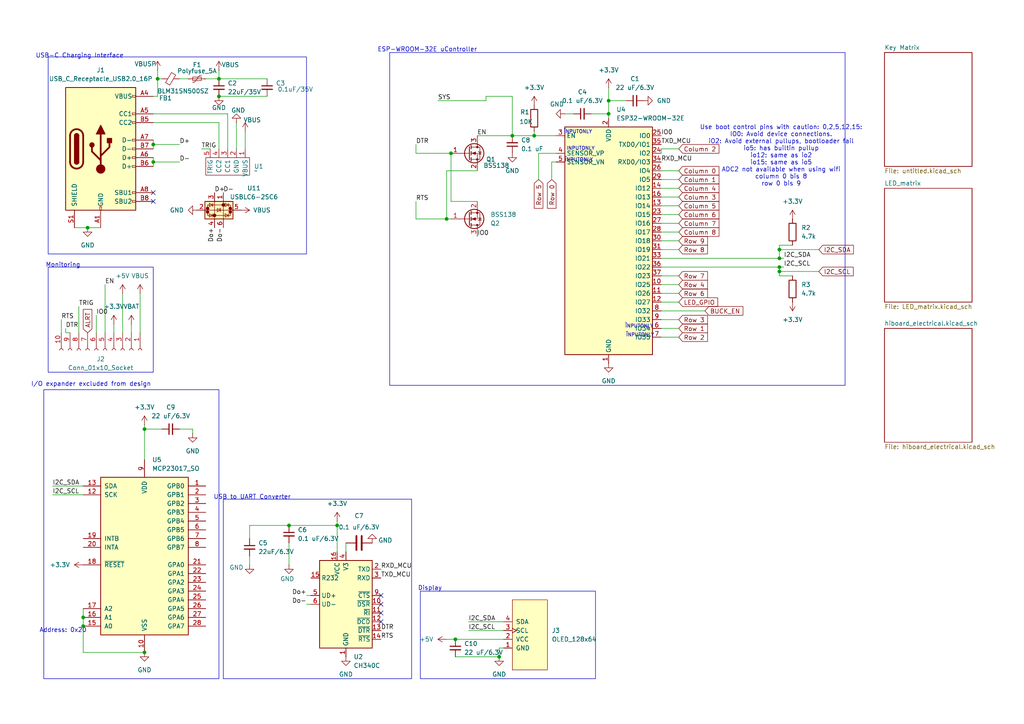
<source format=kicad_sch>
(kicad_sch (version 20231120) (generator "eeschema") (generator_version "8.0")
  (paper "A4")
  (lib_symbols
    (symbol "Connector:Conn_01x10_Socket" (pin_names (offset 1.016) hide)
      (property "Reference" "J" (at 0 12.7 0))
      (property "Value" "Conn_01x10_Socket" (at 0 -15.24 0))
      (symbol "Conn_01x10_Socket_1_1"
        (arc (start 0 -12.192) (mid -0.5058 -12.7) (end 0 -13.208) (stroke (width 0.1524)))
        (arc (start 0 -9.652) (mid -0.5058 -10.16) (end 0 -10.668) (stroke (width 0.1524)))
        (arc (start 0 -7.112) (mid -0.5058 -7.62) (end 0 -8.128) (stroke (width 0.1524)))
        (arc (start 0 -4.572) (mid -0.5058 -5.08) (end 0 -5.588) (stroke (width 0.1524)))
        (arc (start 0 -2.032) (mid -0.5058 -2.54) (end 0 -3.048) (stroke (width 0.1524)))
        (polyline (pts (xy -1.27 -12.7) (xy -0.508 -12.7)) (stroke (width 0.1524)))
        (polyline (pts (xy -1.27 -10.16) (xy -0.508 -10.16)) (stroke (width 0.1524)))
        (polyline (pts (xy -1.27 -7.62) (xy -0.508 -7.62)) (stroke (width 0.1524)))
        (polyline (pts (xy -1.27 -5.08) (xy -0.508 -5.08)) (stroke (width 0.1524)))
        (polyline (pts (xy -1.27 -2.54) (xy -0.508 -2.54)) (stroke (width 0.1524)))
        (polyline (pts (xy -1.27 0) (xy -0.508 0)) (stroke (width 0.1524)))
        (polyline (pts (xy -1.27 2.54) (xy -0.508 2.54)) (stroke (width 0.1524)))
        (polyline (pts (xy -1.27 5.08) (xy -0.508 5.08)) (stroke (width 0.1524)))
        (polyline (pts (xy -1.27 7.62) (xy -0.508 7.62)) (stroke (width 0.1524)))
        (polyline (pts (xy -1.27 10.16) (xy -0.508 10.16)) (stroke (width 0.1524)))
        (arc (start 0 0.508) (mid -0.5058 0) (end 0 -0.508) (stroke (width 0.1524)))
        (arc (start 0 3.048) (mid -0.5058 2.54) (end 0 2.032) (stroke (width 0.1524)))
        (arc (start 0 5.588) (mid -0.5058 5.08) (end 0 4.572) (stroke (width 0.1524)))
        (arc (start 0 8.128) (mid -0.5058 7.62) (end 0 7.112) (stroke (width 0.1524)))
        (arc (start 0 10.668) (mid -0.5058 10.16) (end 0 9.652) (stroke (width 0.1524)))
        (pin passive line (at -5.08 10.16 0) (length 3.81) (name "Pin_1") (number "1"))
        (pin passive line (at -5.08 -12.7 0) (length 3.81) (name "Pin_10") (number "10"))
        (pin passive line (at -5.08 7.62 0) (length 3.81) (name "Pin_2") (number "2"))
        (pin passive line (at -5.08 5.08 0) (length 3.81) (name "Pin_3") (number "3"))
        (pin passive line (at -5.08 2.54 0) (length 3.81) (name "Pin_4") (number "4"))
        (pin passive line (at -5.08 0 0) (length 3.81) (name "Pin_5") (number "5"))
        (pin passive line (at -5.08 -2.54 0) (length 3.81) (name "Pin_6") (number "6"))
        (pin passive line (at -5.08 -5.08 0) (length 3.81) (name "Pin_7") (number "7"))
        (pin passive line (at -5.08 -7.62 0) (length 3.81) (name "Pin_8") (number "8"))
        (pin passive line (at -5.08 -10.16 0) (length 3.81) (name "Pin_9") (number "9"))
      )
    )
    (symbol "Connector:USB_C_Receptacle_USB2.0_16P" (pin_names (offset 1.016))
      (property "Reference" "J" (at 0 22.225 0))
      (property "Value" "USB_C_Receptacle_USB2.0_16P" (at 0 19.685 0))
      (symbol "USB_C_Receptacle_USB2.0_16P_0_0"
        (rectangle (start -0.254 -17.78) (end 0.254 -16.764))
        (rectangle (start 10.16 -14.986) (end 9.144 -15.494))
        (rectangle (start 10.16 -12.446) (end 9.144 -12.954))
        (rectangle (start 10.16 -4.826) (end 9.144 -5.334))
        (rectangle (start 10.16 -2.286) (end 9.144 -2.794))
        (rectangle (start 10.16 0.254) (end 9.144 -0.254))
        (rectangle (start 10.16 2.794) (end 9.144 2.286))
        (rectangle (start 10.16 7.874) (end 9.144 7.366))
        (rectangle (start 10.16 10.414) (end 9.144 9.906))
        (rectangle (start 10.16 15.494) (end 9.144 14.986))
      )
      (symbol "USB_C_Receptacle_USB2.0_16P_0_1"
        (rectangle (start -10.16 17.78) (end 10.16 -17.78) (stroke (width 0.254)) (fill (type background)))
        (arc (start -8.89 -3.81) (mid -6.985 -5.7067) (end -5.08 -3.81) (stroke (width 0.508)))
        (arc (start -7.62 -3.81) (mid -6.985 -4.4423) (end -6.35 -3.81) (stroke (width 0.254)))
        (arc (start -7.62 -3.81) (mid -6.985 -4.4423) (end -6.35 -3.81) (stroke (width 0.254)) (fill (type outline)))
        (rectangle (start -7.62 -3.81) (end -6.35 3.81) (stroke (width 0.254)) (fill (type outline)))
        (arc (start -6.35 3.81) (mid -6.985 4.4423) (end -7.62 3.81) (stroke (width 0.254)))
        (arc (start -6.35 3.81) (mid -6.985 4.4423) (end -7.62 3.81) (stroke (width 0.254)) (fill (type outline)))
        (arc (start -5.08 3.81) (mid -6.985 5.7067) (end -8.89 3.81) (stroke (width 0.508)))
        (circle (center -2.54 1.143) (radius 0.635) (stroke (width 0.254)) (fill (type outline)))
        (circle (center 0 -5.842) (radius 1.27) (fill (type outline)))
        (polyline (pts (xy -8.89 -3.81) (xy -8.89 3.81)) (stroke (width 0.508)))
        (polyline (pts (xy -5.08 3.81) (xy -5.08 -3.81)) (stroke (width 0.508)))
        (polyline (pts (xy 0 -5.842) (xy 0 4.318)) (stroke (width 0.508)))
        (polyline (pts (xy 0 -3.302) (xy -2.54 -0.762) (xy -2.54 0.508)) (stroke (width 0.508)))
        (polyline (pts (xy 0 -2.032) (xy 2.54 0.508) (xy 2.54 1.778)) (stroke (width 0.508)))
        (polyline (pts (xy -1.27 4.318) (xy 0 6.858) (xy 1.27 4.318) (xy -1.27 4.318)) (stroke (width 0.254)) (fill (type outline)))
        (rectangle (start 1.905 1.778) (end 3.175 3.048) (stroke (width 0.254)) (fill (type outline)))
      )
      (symbol "USB_C_Receptacle_USB2.0_16P_1_1"
        (pin passive line (at 0 -22.86 90) (length 5.08) (name "GND") (number "A1"))
        (pin passive line (at 0 -22.86 90) (length 5.08) hide (name "GND") (number "A12"))
        (pin passive line (at 15.24 15.24 180) (length 5.08) (name "VBUS") (number "A4"))
        (pin bidirectional line (at 15.24 10.16 180) (length 5.08) (name "CC1") (number "A5"))
        (pin bidirectional line (at 15.24 -2.54 180) (length 5.08) (name "D+") (number "A6"))
        (pin bidirectional line (at 15.24 2.54 180) (length 5.08) (name "D-") (number "A7"))
        (pin bidirectional line (at 15.24 -12.7 180) (length 5.08) (name "SBU1") (number "A8"))
        (pin passive line (at 15.24 15.24 180) (length 5.08) hide (name "VBUS") (number "A9"))
        (pin passive line (at 0 -22.86 90) (length 5.08) hide (name "GND") (number "B1"))
        (pin passive line (at 0 -22.86 90) (length 5.08) hide (name "GND") (number "B12"))
        (pin passive line (at 15.24 15.24 180) (length 5.08) hide (name "VBUS") (number "B4"))
        (pin bidirectional line (at 15.24 7.62 180) (length 5.08) (name "CC2") (number "B5"))
        (pin bidirectional line (at 15.24 -5.08 180) (length 5.08) (name "D+") (number "B6"))
        (pin bidirectional line (at 15.24 0 180) (length 5.08) (name "D-") (number "B7"))
        (pin bidirectional line (at 15.24 -15.24 180) (length 5.08) (name "SBU2") (number "B8"))
        (pin passive line (at 15.24 15.24 180) (length 5.08) hide (name "VBUS") (number "B9"))
        (pin passive line (at -7.62 -22.86 90) (length 5.08) (name "SHIELD") (number "S1"))
      )
    )
    (symbol "Device:C" (pin_numbers hide) (pin_names (offset 0.254))
      (property "Reference" "C" (at 0.635 2.54 0))
      (property "Value" "C" (at 0.635 -2.54 0))
      (symbol "C_0_1"
        (polyline (pts (xy -2.032 -0.762) (xy 2.032 -0.762)) (stroke (width 0.508)))
        (polyline (pts (xy -2.032 0.762) (xy 2.032 0.762)) (stroke (width 0.508)))
      )
      (symbol "C_1_1"
        (pin passive line (at 0 3.81 270) (length 2.794) (name "~") (number "1"))
        (pin passive line (at 0 -3.81 90) (length 2.794) (name "~") (number "2"))
      )
    )
    (symbol "Device:C_Small" (pin_numbers hide) (pin_names (offset 0.254) hide)
      (property "Reference" "C" (at 0.254 1.778 0))
      (property "Value" "C_Small" (at 0.254 -2.032 0))
      (symbol "C_Small_0_1"
        (polyline (pts (xy -1.524 -0.508) (xy 1.524 -0.508)) (stroke (width 0.3302)))
        (polyline (pts (xy -1.524 0.508) (xy 1.524 0.508)) (stroke (width 0.3048)))
      )
      (symbol "C_Small_1_1"
        (pin passive line (at 0 2.54 270) (length 2.032) (name "~") (number "1"))
        (pin passive line (at 0 -2.54 90) (length 2.032) (name "~") (number "2"))
      )
    )
    (symbol "Device:FerriteBead_Small" (pin_numbers hide) (pin_names (offset 0))
      (property "Reference" "FB" (at 1.905 1.27 0))
      (property "Value" "FerriteBead_Small" (at 1.905 -1.27 0))
      (symbol "FerriteBead_Small_0_1"
        (polyline (pts (xy 0 -1.27) (xy 0 -0.7874)))
        (polyline (pts (xy 0 0.889) (xy 0 1.2954)))
        (polyline (pts (xy -1.8288 0.2794) (xy -1.1176 1.4986) (xy 1.8288 -0.2032) (xy 1.1176 -1.4224) (xy -1.8288 0.2794)))
      )
      (symbol "FerriteBead_Small_1_1"
        (pin passive line (at 0 2.54 270) (length 1.27) (name "~") (number "1"))
        (pin passive line (at 0 -2.54 90) (length 1.27) (name "~") (number "2"))
      )
    )
    (symbol "Device:Polyfuse_Small" (pin_numbers hide) (pin_names (offset 0))
      (property "Reference" "F" (at -1.905 0 90))
      (property "Value" "Polyfuse_Small" (at 1.905 0 90))
      (symbol "Polyfuse_Small_0_1"
        (rectangle (start -0.508 1.27) (end 0.508 -1.27))
        (polyline (pts (xy 0 2.54) (xy 0 -2.54)))
        (polyline (pts (xy -1.016 1.27) (xy -1.016 0.762) (xy 1.016 -0.762) (xy 1.016 -1.27)))
      )
      (symbol "Polyfuse_Small_1_1"
        (pin passive line (at 0 2.54 270) (length 0.635) (name "~") (number "1"))
        (pin passive line (at 0 -2.54 90) (length 0.635) (name "~") (number "2"))
      )
    )
    (symbol "Device:R" (pin_numbers hide) (pin_names (offset 0))
      (property "Reference" "R" (at 2.032 0 90))
      (property "Value" "R" (at 0 0 90))
      (symbol "R_0_1"
        (rectangle (start -1.016 -2.54) (end 1.016 2.54) (stroke (width 0.254)))
      )
      (symbol "R_1_1"
        (pin passive line (at 0 3.81 270) (length 1.27) (name "~") (number "1"))
        (pin passive line (at 0 -3.81 90) (length 1.27) (name "~") (number "2"))
      )
    )
    (symbol "Interface_Expansion:MCP23017_SO" (pin_names (offset 1.016))
      (property "Reference" "U" (at -11.43 24.13 0))
      (property "Value" "MCP23017_SO" (at 0 0 0))
      (symbol "MCP23017_SO_0_1"
        (rectangle (start -12.7 22.86) (end 12.7 -22.86) (stroke (width 0.254)) (fill (type background)))
      )
      (symbol "MCP23017_SO_1_1"
        (pin bidirectional line (at 17.78 20.32 180) (length 5.08) (name "GPB0") (number "1"))
        (pin power_in line (at 0 -27.94 90) (length 5.08) (name "VSS") (number "10"))
        (pin no_connect line (at -12.7 15.24 0) (length 5.08) hide (name "NC") (number "11"))
        (pin input line (at -17.78 17.78 0) (length 5.08) (name "SCK") (number "12"))
        (pin bidirectional line (at -17.78 20.32 0) (length 5.08) (name "SDA") (number "13"))
        (pin no_connect line (at -12.7 12.7 0) (length 5.08) hide (name "NC") (number "14"))
        (pin input line (at -17.78 -20.32 0) (length 5.08) (name "A0") (number "15"))
        (pin input line (at -17.78 -17.78 0) (length 5.08) (name "A1") (number "16"))
        (pin input line (at -17.78 -15.24 0) (length 5.08) (name "A2") (number "17"))
        (pin input line (at -17.78 -2.54 0) (length 5.08) (name "~{RESET}") (number "18"))
        (pin tri_state line (at -17.78 5.08 0) (length 5.08) (name "INTB") (number "19"))
        (pin bidirectional line (at 17.78 17.78 180) (length 5.08) (name "GPB1") (number "2"))
        (pin tri_state line (at -17.78 2.54 0) (length 5.08) (name "INTA") (number "20"))
        (pin bidirectional line (at 17.78 -2.54 180) (length 5.08) (name "GPA0") (number "21"))
        (pin bidirectional line (at 17.78 -5.08 180) (length 5.08) (name "GPA1") (number "22"))
        (pin bidirectional line (at 17.78 -7.62 180) (length 5.08) (name "GPA2") (number "23"))
        (pin bidirectional line (at 17.78 -10.16 180) (length 5.08) (name "GPA3") (number "24"))
        (pin bidirectional line (at 17.78 -12.7 180) (length 5.08) (name "GPA4") (number "25"))
        (pin bidirectional line (at 17.78 -15.24 180) (length 5.08) (name "GPA5") (number "26"))
        (pin bidirectional line (at 17.78 -17.78 180) (length 5.08) (name "GPA6") (number "27"))
        (pin bidirectional line (at 17.78 -20.32 180) (length 5.08) (name "GPA7") (number "28"))
        (pin bidirectional line (at 17.78 15.24 180) (length 5.08) (name "GPB2") (number "3"))
        (pin bidirectional line (at 17.78 12.7 180) (length 5.08) (name "GPB3") (number "4"))
        (pin bidirectional line (at 17.78 10.16 180) (length 5.08) (name "GPB4") (number "5"))
        (pin bidirectional line (at 17.78 7.62 180) (length 5.08) (name "GPB5") (number "6"))
        (pin bidirectional line (at 17.78 5.08 180) (length 5.08) (name "GPB6") (number "7"))
        (pin bidirectional line (at 17.78 2.54 180) (length 5.08) (name "GPB7") (number "8"))
        (pin power_in line (at 0 27.94 270) (length 5.08) (name "VDD") (number "9"))
      )
    )
    (symbol "Interface_USB:CH340C"
      (property "Reference" "U" (at -5.08 13.97 0))
      (property "Value" "CH340C" (at 1.27 13.97 0))
      (symbol "CH340C_0_1"
        (rectangle (start -7.62 12.7) (end 7.62 -12.7) (stroke (width 0.254)) (fill (type background)))
      )
      (symbol "CH340C_1_1"
        (pin power_in line (at 0 -15.24 90) (length 2.54) (name "GND") (number "1"))
        (pin input line (at 10.16 0 180) (length 2.54) (name "~{DSR}") (number "10"))
        (pin input line (at 10.16 -2.54 180) (length 2.54) (name "~{RI}") (number "11"))
        (pin input line (at 10.16 -5.08 180) (length 2.54) (name "~{DCD}") (number "12"))
        (pin output line (at 10.16 -7.62 180) (length 2.54) (name "~{DTR}") (number "13"))
        (pin output line (at 10.16 -10.16 180) (length 2.54) (name "~{RTS}") (number "14"))
        (pin input line (at -10.16 7.62 0) (length 2.54) (name "R232") (number "15"))
        (pin power_in line (at -2.54 15.24 270) (length 2.54) (name "VCC") (number "16"))
        (pin output line (at 10.16 10.16 180) (length 2.54) (name "TXD") (number "2"))
        (pin input line (at 10.16 7.62 180) (length 2.54) (name "RXD") (number "3"))
        (pin power_out line (at 0 15.24 270) (length 2.54) (name "V3") (number "4"))
        (pin bidirectional line (at -10.16 2.54 0) (length 2.54) (name "UD+") (number "5"))
        (pin bidirectional line (at -10.16 0 0) (length 2.54) (name "UD-") (number "6"))
        (pin no_connect line (at -7.62 -5.08 0) (length 2.54) hide (name "NC") (number "7"))
        (pin no_connect line (at -7.62 -7.62 0) (length 2.54) hide (name "NC") (number "8"))
        (pin input line (at 10.16 2.54 180) (length 2.54) (name "~{CTS}") (number "9"))
      )
    )
    (symbol "Joy-It-COM-ZY12PDG_1"
      (property "Reference" "U1" (at 7.62 -1.2699 0))
      (property "Value" "~" (at 7.62 -2.54 0))
      (symbol "Joy-It-COM-ZY12PDG_1_0_1"
        (rectangle (start -6.35 1.27) (end 6.35 -3.81))
      )
      (symbol "Joy-It-COM-ZY12PDG_1_1_1"
        (pin input line (at 5.08 3.81 270) (length 2.54) (name "VBUS") (number "1"))
        (pin input line (at 2.54 3.81 270) (length 2.54) (name "GND") (number "2"))
        (pin bidirectional line (at 0 3.81 270) (length 2.54) (name "CC1") (number "3"))
        (pin bidirectional line (at -2.54 3.81 270) (length 2.54) (name "CC2") (number "4"))
        (pin input line (at -5.08 3.81 270) (length 2.54) (name "TRIG") (number "5"))
      )
    )
    (symbol "Power_Protection:USBLC6-2SC6" (pin_names hide)
      (property "Reference" "U" (at 0.635 5.715 0))
      (property "Value" "USBLC6-2SC6" (at 0.635 3.81 0))
      (symbol "USBLC6-2SC6_0_0"
        (circle (center -1.524 0) (radius 0.0001) (stroke (width 0.508)))
        (circle (center -0.508 -4.572) (radius 0.0001) (stroke (width 0.508)))
        (circle (center -0.508 2.032) (radius 0.0001) (stroke (width 0.508)))
        (circle (center 0.508 -4.572) (radius 0.0001) (stroke (width 0.508)))
        (circle (center 0.508 2.032) (radius 0.0001) (stroke (width 0.508)))
        (circle (center 1.524 -2.54) (radius 0.0001) (stroke (width 0.508)))
      )
      (symbol "USBLC6-2SC6_0_1"
        (polyline (pts (xy -2.54 -2.54) (xy 2.54 -2.54)))
        (polyline (pts (xy -2.54 0) (xy 2.54 0)))
        (polyline (pts (xy -2.032 -3.048) (xy -1.016 -3.048)))
        (polyline (pts (xy -1.016 1.524) (xy -2.032 1.524)))
        (polyline (pts (xy 1.016 -3.048) (xy 2.032 -3.048)))
        (polyline (pts (xy 1.016 1.524) (xy 2.032 1.524)))
        (polyline (pts (xy -0.508 -1.143) (xy -0.508 -0.762) (xy 0.508 -0.762)))
        (polyline (pts (xy -2.032 0.508) (xy -1.016 0.508) (xy -1.524 1.524) (xy -2.032 0.508)))
        (polyline (pts (xy -1.016 -4.064) (xy -2.032 -4.064) (xy -1.524 -3.048) (xy -1.016 -4.064)))
        (polyline (pts (xy 0.508 -1.778) (xy -0.508 -1.778) (xy 0 -0.762) (xy 0.508 -1.778)))
        (polyline (pts (xy 2.032 -4.064) (xy 1.016 -4.064) (xy 1.524 -3.048) (xy 2.032 -4.064)))
        (polyline (pts (xy 2.032 0.508) (xy 1.016 0.508) (xy 1.524 1.524) (xy 2.032 0.508)))
        (polyline (pts (xy 0 2.54) (xy -0.508 2.032) (xy 0.508 2.032) (xy 0 1.524) (xy 0 -4.064) (xy -0.508 -4.572) (xy 0.508 -4.572) (xy 0 -5.08)))
      )
      (symbol "USBLC6-2SC6_1_1"
        (rectangle (start -2.54 2.794) (end 2.54 -5.334) (stroke (width 0.254)) (fill (type background)))
        (polyline (pts (xy -0.508 2.032) (xy -1.524 2.032) (xy -1.524 -4.572) (xy -0.508 -4.572)))
        (polyline (pts (xy 0.508 -4.572) (xy 1.524 -4.572) (xy 1.524 2.032) (xy 0.508 2.032)))
        (pin passive line (at -5.08 0 0) (length 2.54) (name "I/O1") (number "1"))
        (pin passive line (at 0 -7.62 90) (length 2.54) (name "GND") (number "2"))
        (pin passive line (at -5.08 -2.54 0) (length 2.54) (name "I/O2") (number "3"))
        (pin passive line (at 5.08 -2.54 180) (length 2.54) (name "I/O2") (number "4"))
        (pin passive line (at 0 5.08 270) (length 2.54) (name "VBUS") (number "5"))
        (pin passive line (at 5.08 0 180) (length 2.54) (name "I/O1") (number "6"))
      )
    )
    (symbol "RF_Module:ESP32-WROOM-32E"
      (property "Reference" "U" (at -12.7 34.29 0))
      (property "Value" "ESP32-WROOM-32E" (at 1.27 34.29 0))
      (symbol "ESP32-WROOM-32E_0_1"
        (rectangle (start -12.7 33.02) (end 12.7 -33.02) (stroke (width 0.254)) (fill (type background)))
      )
      (symbol "ESP32-WROOM-32E_1_1"
        (pin power_in line (at 0 -35.56 90) (length 2.54) (name "GND") (number "1"))
        (pin bidirectional line (at 15.24 -12.7 180) (length 2.54) (name "IO25") (number "10"))
        (pin bidirectional line (at 15.24 -15.24 180) (length 2.54) (name "IO26") (number "11"))
        (pin bidirectional line (at 15.24 -17.78 180) (length 2.54) (name "IO27") (number "12"))
        (pin bidirectional line (at 15.24 10.16 180) (length 2.54) (name "IO14") (number "13"))
        (pin bidirectional line (at 15.24 15.24 180) (length 2.54) (name "IO12") (number "14"))
        (pin passive line (at 0 -35.56 90) (length 2.54) hide (name "GND") (number "15"))
        (pin bidirectional line (at 15.24 12.7 180) (length 2.54) (name "IO13") (number "16"))
        (pin no_connect line (at -12.7 -5.08 0) (length 2.54) hide (name "NC") (number "17"))
        (pin no_connect line (at -12.7 -7.62 0) (length 2.54) hide (name "NC") (number "18"))
        (pin no_connect line (at -12.7 -12.7 0) (length 2.54) hide (name "NC") (number "19"))
        (pin power_in line (at 0 35.56 270) (length 2.54) (name "VDD") (number "2"))
        (pin no_connect line (at -12.7 -10.16 0) (length 2.54) hide (name "NC") (number "20"))
        (pin no_connect line (at -12.7 0 0) (length 2.54) hide (name "NC") (number "21"))
        (pin no_connect line (at -12.7 -2.54 0) (length 2.54) hide (name "NC") (number "22"))
        (pin bidirectional line (at 15.24 7.62 180) (length 2.54) (name "IO15") (number "23"))
        (pin bidirectional line (at 15.24 25.4 180) (length 2.54) (name "IO2") (number "24"))
        (pin bidirectional line (at 15.24 30.48 180) (length 2.54) (name "IO0") (number "25"))
        (pin bidirectional line (at 15.24 20.32 180) (length 2.54) (name "IO4") (number "26"))
        (pin bidirectional line (at 15.24 5.08 180) (length 2.54) (name "IO16") (number "27"))
        (pin bidirectional line (at 15.24 2.54 180) (length 2.54) (name "IO17") (number "28"))
        (pin bidirectional line (at 15.24 17.78 180) (length 2.54) (name "IO5") (number "29"))
        (pin input line (at -15.24 30.48 0) (length 2.54) (name "EN") (number "3"))
        (pin bidirectional line (at 15.24 0 180) (length 2.54) (name "IO18") (number "30"))
        (pin bidirectional line (at 15.24 -2.54 180) (length 2.54) (name "IO19") (number "31"))
        (pin no_connect line (at -12.7 -27.94 0) (length 2.54) hide (name "NC") (number "32"))
        (pin bidirectional line (at 15.24 -5.08 180) (length 2.54) (name "IO21") (number "33"))
        (pin bidirectional line (at 15.24 22.86 180) (length 2.54) (name "RXD0/IO3") (number "34"))
        (pin bidirectional line (at 15.24 27.94 180) (length 2.54) (name "TXD0/IO1") (number "35"))
        (pin bidirectional line (at 15.24 -7.62 180) (length 2.54) (name "IO22") (number "36"))
        (pin bidirectional line (at 15.24 -10.16 180) (length 2.54) (name "IO23") (number "37"))
        (pin passive line (at 0 -35.56 90) (length 2.54) hide (name "GND") (number "38"))
        (pin passive line (at 0 -35.56 90) (length 2.54) hide (name "GND") (number "39"))
        (pin input line (at -15.24 25.4 0) (length 2.54) (name "SENSOR_VP") (number "4"))
        (pin input line (at -15.24 22.86 0) (length 2.54) (name "SENSOR_VN") (number "5"))
        (pin input line (at 15.24 -25.4 180) (length 2.54) (name "IO34") (number "6"))
        (pin input line (at 15.24 -27.94 180) (length 2.54) (name "IO35") (number "7"))
        (pin bidirectional line (at 15.24 -20.32 180) (length 2.54) (name "IO32") (number "8"))
        (pin bidirectional line (at 15.24 -22.86 180) (length 2.54) (name "IO33") (number "9"))
      )
    )
    (symbol "ScottoKeebs:OLED_128x64" (pin_names (offset 1.016))
      (property "Reference" "J" (at 0 -11.43 0))
      (property "Value" "OLED_128x64" (at 0 -7.62 0))
      (symbol "OLED_128x64_0_1"
        (rectangle (start 10.16 -10.16) (end -10.16 0) (fill (type background)))
      )
      (symbol "OLED_128x64_1_1"
        (pin power_in line (at -3.81 2.54 270) (length 2.54) (name "GND") (number "1"))
        (pin power_in line (at -1.27 2.54 270) (length 2.54) (name "VCC") (number "2"))
        (pin input clock (at 1.27 2.54 270) (length 2.54) (name "SCL") (number "3"))
        (pin bidirectional line (at 3.81 2.54 270) (length 2.54) (name "SDA") (number "4"))
      )
    )
    (symbol "Transistor_FET:BSS138" (pin_names hide)
      (property "Reference" "Q" (at 5.08 1.905 0))
      (property "Value" "BSS138" (at 5.08 0 0))
      (symbol "BSS138_0_1"
        (polyline (pts (xy 0.254 0) (xy -2.54 0)))
        (polyline (pts (xy 0.254 1.905) (xy 0.254 -1.905)) (stroke (width 0.254)))
        (polyline (pts (xy 0.762 -1.27) (xy 0.762 -2.286)) (stroke (width 0.254)))
        (polyline (pts (xy 0.762 0.508) (xy 0.762 -0.508)) (stroke (width 0.254)))
        (polyline (pts (xy 0.762 2.286) (xy 0.762 1.27)) (stroke (width 0.254)))
        (polyline (pts (xy 2.54 2.54) (xy 2.54 1.778)))
        (polyline (pts (xy 2.54 -2.54) (xy 2.54 0) (xy 0.762 0)))
        (polyline (pts (xy 0.762 -1.778) (xy 3.302 -1.778) (xy 3.302 1.778) (xy 0.762 1.778)))
        (polyline (pts (xy 1.016 0) (xy 2.032 0.381) (xy 2.032 -0.381) (xy 1.016 0)) (fill (type outline)))
        (polyline (pts (xy 2.794 0.508) (xy 2.921 0.381) (xy 3.683 0.381) (xy 3.81 0.254)))
        (polyline (pts (xy 3.302 0.381) (xy 2.921 -0.254) (xy 3.683 -0.254) (xy 3.302 0.381)))
        (circle (center 1.651 0) (radius 2.794) (stroke (width 0.254)))
        (circle (center 2.54 -1.778) (radius 0.254) (fill (type outline)))
        (circle (center 2.54 1.778) (radius 0.254) (fill (type outline)))
      )
      (symbol "BSS138_1_1"
        (pin input line (at -5.08 0 0) (length 2.54) (name "G") (number "1"))
        (pin passive line (at 2.54 -5.08 90) (length 2.54) (name "S") (number "2"))
        (pin passive line (at 2.54 5.08 270) (length 2.54) (name "D") (number "3"))
      )
    )
    (symbol "power:+3.3V" (power) (pin_numbers hide) (pin_names (offset 0) hide)
      (property "Value" "+3.3V" (at 0 3.556 0))
      (symbol "+3.3V_0_1"
        (polyline (pts (xy -0.762 1.27) (xy 0 2.54)))
        (polyline (pts (xy 0 0) (xy 0 2.54)))
        (polyline (pts (xy 0 2.54) (xy 0.762 1.27)))
      )
      (symbol "+3.3V_1_1"
        (pin power_in line (at 0 0 90) (length 0) (name "~") (number "1"))
      )
    )
    (symbol "power:+3V3" (power) (pin_numbers hide) (pin_names (offset 0) hide)
      (property "Value" "+3V3" (at 0 3.556 0))
      (symbol "+3V3_0_1"
        (polyline (pts (xy -0.762 1.27) (xy 0 2.54)))
        (polyline (pts (xy 0 0) (xy 0 2.54)))
        (polyline (pts (xy 0 2.54) (xy 0.762 1.27)))
      )
      (symbol "+3V3_1_1"
        (pin power_in line (at 0 0 90) (length 0) (name "~") (number "1"))
      )
    )
    (symbol "power:+5V" (power) (pin_numbers hide) (pin_names (offset 0) hide)
      (property "Value" "+5V" (at 0 3.556 0))
      (symbol "+5V_0_1"
        (polyline (pts (xy -0.762 1.27) (xy 0 2.54)))
        (polyline (pts (xy 0 0) (xy 0 2.54)))
        (polyline (pts (xy 0 2.54) (xy 0.762 1.27)))
      )
      (symbol "+5V_1_1"
        (pin power_in line (at 0 0 90) (length 0) (name "~") (number "1"))
      )
    )
    (symbol "power:GND" (power) (pin_numbers hide) (pin_names (offset 0) hide)
      (property "Value" "GND" (at 0 -3.81 0))
      (symbol "GND_0_1"
        (polyline (pts (xy 0 0) (xy 0 -1.27) (xy 1.27 -1.27) (xy 0 -2.54) (xy -1.27 -1.27) (xy 0 -1.27)))
      )
      (symbol "GND_1_1"
        (pin power_in line (at 0 0 270) (length 0) (name "~") (number "1"))
      )
    )
    (symbol "power:VBUS" (power) (pin_numbers hide) (pin_names (offset 0) hide)
      (property "Value" "VBUS" (at 0 3.556 0))
      (symbol "VBUS_0_1"
        (polyline (pts (xy -0.762 1.27) (xy 0 2.54)))
        (polyline (pts (xy 0 0) (xy 0 2.54)))
        (polyline (pts (xy 0 2.54) (xy 0.762 1.27)))
      )
      (symbol "VBUS_1_1"
        (pin power_in line (at 0 0 90) (length 0) (name "~") (number "1"))
      )
    )
  )
  (junction (at 176.53 29.21))
  (junction (at 63.5 27.94))
  (junction (at 63.5 22.86))
  (junction (at 226.06 78.74))
  (junction (at 44.45 41.91))
  (junction (at 144.78 190.5))
  (junction (at 24.13 181.61))
  (junction (at 45.72 22.86))
  (junction (at 41.91 189.23))
  (junction (at 154.94 39.37))
  (junction (at 97.79 152.4))
  (junction (at 176.53 33.02))
  (junction (at 226.06 77.47))
  (junction (at 83.82 152.4))
  (junction (at 130.81 44.45))
  (junction (at 44.45 46.99))
  (junction (at 25.4 66.04))
  (junction (at 148.59 39.37))
  (junction (at 24.13 179.07))
  (junction (at 132.08 185.42))
  (junction (at 226.06 72.39))
  (junction (at 129.54 63.5))
  (junction (at 41.91 124.46))
  (junction (at 226.06 74.93))
  (no_connect (at 44.45 58.42))
  (no_connect (at 110.49 177.8))
  (no_connect (at 110.49 180.34))
  (no_connect (at 110.49 172.72))
  (no_connect (at 44.45 55.88))
  (no_connect (at 110.49 175.26))
  (wire (pts (xy 171.45 33.02) (xy 176.53 33.02)))
  (wire (pts (xy 129.54 49.53) (xy 138.43 49.53)))
  (wire (pts (xy 41.91 124.46) (xy 46.99 124.46)))
  (wire (pts (xy 100.33 157.48) (xy 100.33 160.02)))
  (wire (pts (xy 154.94 39.37) (xy 161.29 39.37)))
  (wire (pts (xy 44.45 27.94) (xy 45.72 27.94)))
  (wire (pts (xy 191.77 49.53) (xy 196.85 49.53)))
  (wire (pts (xy 41.91 123.19) (xy 41.91 124.46)))
  (wire (pts (xy 229.87 80.01) (xy 226.06 80.01)))
  (wire (pts (xy 138.43 58.42) (xy 130.81 58.42)))
  (wire (pts (xy 156.21 44.45) (xy 161.29 44.45)))
  (wire (pts (xy 72.39 156.21) (xy 72.39 152.4)))
  (wire (pts (xy 148.59 27.94) (xy 148.59 39.37)))
  (wire (pts (xy 41.91 124.46) (xy 41.91 133.35)))
  (wire (pts (xy 25.4 66.04) (xy 29.21 66.04)))
  (wire (pts (xy 24.13 176.53) (xy 24.13 179.07)))
  (wire (pts (xy 138.43 39.37) (xy 148.59 39.37)))
  (wire (pts (xy 132.08 190.5) (xy 144.78 190.5)))
  (wire (pts (xy 191.77 97.79) (xy 196.85 97.79)))
  (wire (pts (xy 226.06 78.74) (xy 237.49 78.74)))
  (wire (pts (xy 71.12 43.18) (xy 71.12 38.1)))
  (wire (pts (xy 156.21 52.07) (xy 156.21 44.45)))
  (wire (pts (xy 97.79 152.4) (xy 97.79 160.02)))
  (wire (pts (xy 45.72 20.32) (xy 45.72 22.86)))
  (wire (pts (xy 15.24 143.51) (xy 24.13 143.51)))
  (wire (pts (xy 55.88 124.46) (xy 55.88 125.73)))
  (wire (pts (xy 226.06 78.74) (xy 226.06 77.47)))
  (wire (pts (xy 127 29.21) (xy 140.97 29.21)))
  (wire (pts (xy 191.77 43.18) (xy 191.77 44.45)))
  (wire (pts (xy 27.94 91.44) (xy 27.94 96.52)))
  (wire (pts (xy 191.77 87.63) (xy 196.85 87.63)))
  (wire (pts (xy 33.02 93.98) (xy 33.02 96.52)))
  (wire (pts (xy 40.64 85.09) (xy 40.64 96.52)))
  (wire (pts (xy 163.83 33.02) (xy 166.37 33.02)))
  (wire (pts (xy 59.69 22.86) (xy 63.5 22.86)))
  (wire (pts (xy 63.5 35.56) (xy 63.5 43.18)))
  (wire (pts (xy 44.45 41.91) (xy 44.45 43.18)))
  (wire (pts (xy 191.77 69.85) (xy 196.85 69.85)))
  (wire (pts (xy 191.77 57.15) (xy 196.85 57.15)))
  (wire (pts (xy 88.9 175.26) (xy 90.17 175.26)))
  (wire (pts (xy 176.53 33.02) (xy 176.53 34.29)))
  (wire (pts (xy 176.53 29.21) (xy 181.61 29.21)))
  (wire (pts (xy 135.89 182.88) (xy 146.05 182.88)))
  (wire (pts (xy 237.49 72.39) (xy 226.06 72.39)))
  (wire (pts (xy 129.54 185.42) (xy 132.08 185.42)))
  (wire (pts (xy 191.77 67.31) (xy 196.85 67.31)))
  (wire (pts (xy 22.86 88.9) (xy 22.86 96.52)))
  (wire (pts (xy 191.77 80.01) (xy 196.85 80.01)))
  (wire (pts (xy 120.65 41.91) (xy 120.65 44.45)))
  (wire (pts (xy 45.72 22.86) (xy 46.99 22.86)))
  (wire (pts (xy 160.02 52.07) (xy 160.02 46.99)))
  (wire (pts (xy 130.81 58.42) (xy 130.81 44.45)))
  (wire (pts (xy 129.54 49.53) (xy 129.54 63.5)))
  (wire (pts (xy 191.77 52.07) (xy 196.85 52.07)))
  (wire (pts (xy 196.85 43.18) (xy 191.77 43.18)))
  (wire (pts (xy 148.59 27.94) (xy 140.97 27.94)))
  (wire (pts (xy 97.79 151.13) (xy 97.79 152.4)))
  (wire (pts (xy 44.45 46.99) (xy 44.45 48.26)))
  (wire (pts (xy 83.82 152.4) (xy 97.79 152.4)))
  (wire (pts (xy 72.39 161.29) (xy 72.39 163.83)))
  (wire (pts (xy 191.77 82.55) (xy 196.85 82.55)))
  (wire (pts (xy 154.94 38.1) (xy 154.94 39.37)))
  (wire (pts (xy 120.65 44.45) (xy 130.81 44.45)))
  (wire (pts (xy 191.77 54.61) (xy 196.85 54.61)))
  (wire (pts (xy 120.65 58.42) (xy 120.65 63.5)))
  (wire (pts (xy 63.5 27.94) (xy 77.47 27.94)))
  (wire (pts (xy 44.45 46.99) (xy 52.07 46.99)))
  (wire (pts (xy 191.77 62.23) (xy 196.85 62.23)))
  (wire (pts (xy 229.87 71.12) (xy 226.06 71.12)))
  (wire (pts (xy 52.07 124.46) (xy 55.88 124.46)))
  (wire (pts (xy 63.5 20.32) (xy 63.5 22.86)))
  (wire (pts (xy 191.77 85.09) (xy 196.85 85.09)))
  (wire (pts (xy 226.06 74.93) (xy 227.33 74.93)))
  (wire (pts (xy 44.45 45.72) (xy 44.45 46.99)))
  (wire (pts (xy 83.82 157.48) (xy 83.82 163.83)))
  (wire (pts (xy 191.77 90.17) (xy 204.47 90.17)))
  (wire (pts (xy 191.77 92.71) (xy 196.85 92.71)))
  (wire (pts (xy 72.39 152.4) (xy 83.82 152.4)))
  (wire (pts (xy 191.77 64.77) (xy 196.85 64.77)))
  (wire (pts (xy 140.97 29.21) (xy 140.97 27.94)))
  (wire (pts (xy 30.48 82.55) (xy 30.48 96.52)))
  (wire (pts (xy 132.08 185.42) (xy 146.05 185.42)))
  (wire (pts (xy 135.89 180.34) (xy 146.05 180.34)))
  (wire (pts (xy 144.78 187.96) (xy 146.05 187.96)))
  (wire (pts (xy 24.13 181.61) (xy 24.13 189.23)))
  (wire (pts (xy 226.06 77.47) (xy 227.33 77.47)))
  (wire (pts (xy 21.59 66.04) (xy 25.4 66.04)))
  (wire (pts (xy 176.53 25.4) (xy 176.53 29.21)))
  (wire (pts (xy 24.13 179.07) (xy 24.13 181.61)))
  (wire (pts (xy 44.45 33.02) (xy 66.04 33.02)))
  (wire (pts (xy 191.77 77.47) (xy 226.06 77.47)))
  (wire (pts (xy 17.78 92.71) (xy 17.78 96.52)))
  (wire (pts (xy 176.53 29.21) (xy 176.53 33.02)))
  (wire (pts (xy 52.07 22.86) (xy 54.61 22.86)))
  (wire (pts (xy 44.45 40.64) (xy 44.45 41.91)))
  (wire (pts (xy 148.59 39.37) (xy 154.94 39.37)))
  (wire (pts (xy 191.77 74.93) (xy 226.06 74.93)))
  (wire (pts (xy 44.45 35.56) (xy 63.5 35.56)))
  (wire (pts (xy 44.45 41.91) (xy 52.07 41.91)))
  (wire (pts (xy 38.1 93.98) (xy 38.1 96.52)))
  (wire (pts (xy 120.65 63.5) (xy 129.54 63.5)))
  (wire (pts (xy 160.02 46.99) (xy 161.29 46.99)))
  (wire (pts (xy 191.77 95.25) (xy 196.85 95.25)))
  (wire (pts (xy 226.06 71.12) (xy 226.06 72.39)))
  (wire (pts (xy 88.9 172.72) (xy 90.17 172.72)))
  (wire (pts (xy 144.78 190.5) (xy 144.78 187.96)))
  (wire (pts (xy 35.56 85.09) (xy 35.56 96.52)))
  (wire (pts (xy 45.72 22.86) (xy 45.72 27.94)))
  (wire (pts (xy 24.13 189.23) (xy 41.91 189.23)))
  (wire (pts (xy 63.5 22.86) (xy 77.47 22.86)))
  (wire (pts (xy 15.24 140.97) (xy 24.13 140.97)))
  (wire (pts (xy 19.05 95.25) (xy 19.05 96.52)))
  (wire (pts (xy 19.05 96.52) (xy 20.32 96.52)))
  (wire (pts (xy 226.06 80.01) (xy 226.06 78.74)))
  (wire (pts (xy 129.54 63.5) (xy 130.81 63.5)))
  (wire (pts (xy 191.77 72.39) (xy 196.85 72.39)))
  (wire (pts (xy 58.42 43.18) (xy 60.96 43.18)))
  (wire (pts (xy 66.04 33.02) (xy 66.04 43.18)))
  (wire (pts (xy 68.58 35.56) (xy 68.58 43.18)))
  (wire (pts (xy 191.77 59.69) (xy 196.85 59.69)))
  (wire (pts (xy 226.06 72.39) (xy 226.06 74.93)))
  (rectangle (start 121.92 171.45) (end 172.72 196.85))
  (rectangle (start 13.97 16.51) (end 88.9 73.66))
  (rectangle (start 13.97 77.47) (end 44.45 107.95))
  (rectangle (start 12.7 113.03) (end 63.5 196.85))
  (rectangle (start 64.77 144.78) (end 119.38 196.85))
  (rectangle (start 113.03 15.24) (end 245.11 111.76))
  (text "Address: 0x20\n" (at 18.288 182.88 0) (effects (font (size 1.27 1.27))))
  (text "ÎNPUTONLY" (at 167.64 38.354 0) (effects (font (size 1 1))))
  (text "INPUTONLY" (at 168.402 43.18 0) (effects (font (size 1 1))))
  (text "USB-C Charging Interface" (at 23.114 16.256 0) (effects (font (size 1.27 1.27))))
  (text "I/O expander excluded from design" (at 26.416 111.506 0) (effects (font (size 1.27 1.27))))
  (text "ÎNPUTONLY" (at 185.42 94.742 0) (effects (font (size 1 1))))
  (text "ÎNPUTONLY" (at 185.674 97.282 0) (effects (font (size 1 1))))
  (text "Display" (at 124.714 170.688 0) (effects (font (size 1.27 1.27))))
  (text "ESP-WROOM-32E uController" (at 123.952 14.478 0) (effects (font (size 1.27 1.27))))
  (text "Use boot control pins with caution: 0,2,5,12,15:\nIO0: Avoid device connections.\niO2: Avoid external pullups, bootloader fail\nio5: has builtin pullup\nio12: same as io2\nio15: same as io5\nADC2 not available when using wifi\ncolumn 0 bis 8\nrow 0 bis 9" (at 226.568 45.212 0) (effects (font (size 1.27 1.27))))
  (text "ÎNPUTONLY" (at 167.894 46.482 0) (effects (font (size 1 1))))
  (text "USB to UART Converter\n" (at 73.152 144.272 0) (effects (font (size 1.27 1.27))))
  (text "Monitoring" (at 18.288 76.962 0) (effects (font (size 1.27 1.27))))
  (label "D-" (at 64.77 55.88 0))
  (label "D+" (at 62.23 55.88 0))
  (label "I2C_SDA" (at 15.24 140.97 0))
  (label "I2C_SCL" (at 227.33 77.47 0))
  (label "I2C_SCL" (at 135.89 182.88 0))
  (label "I2C_SCL" (at 15.24 143.51 0))
  (label "DTR" (at 120.65 41.91 0))
  (label "TXD_MCU" (at 110.49 167.64 0))
  (label "RTS" (at 120.65 58.42 0))
  (label "TRIG" (at 58.42 43.18 0))
  (label "D+" (at 52.07 41.91 0))
  (label "D-" (at 52.07 46.99 0))
  (label "RXD_MCU" (at 191.77 46.99 0))
  (label "Do-" (at 88.9 175.26 180))
  (label "SYS" (at 127 29.21 0))
  (label "Do+" (at 62.23 66.04 270))
  (label "TXD_MCU" (at 191.77 41.91 0))
  (label "TRIG" (at 22.86 88.9 0))
  (label "RXD_MCU" (at 110.49 165.1 0))
  (label "RTS" (at 17.78 92.71 0))
  (label "IO0" (at 138.43 68.58 0))
  (label "Do-" (at 64.77 66.04 270))
  (label "EN" (at 138.43 39.37 0))
  (label "I2C_SDA" (at 135.89 180.34 0))
  (label "RTS" (at 110.49 185.42 0))
  (label "I2C_SDA" (at 227.33 74.93 0))
  (label "DTR" (at 19.05 95.25 0))
  (label "Do+" (at 88.9 172.72 180))
  (label "DTR" (at 110.49 182.88 0))
  (label "IO0" (at 27.94 91.44 0))
  (label "EN" (at 30.48 82.55 0))
  (label "IO0" (at 191.77 39.37 0))
  (global_label "Row 0" (shape input) (at 160.02 52.07 270) (property "Intersheetrefs" "${INTERSHEET_REFS}" (effects (hide yes))))
  (global_label "Column 3" (shape input) (at 196.85 57.15 0) (property "Intersheetrefs" "${INTERSHEET_REFS}" (effects (hide yes))))
  (global_label "Row 4" (shape input) (at 196.85 82.55 0) (property "Intersheetrefs" "${INTERSHEET_REFS}" (effects (hide yes))))
  (global_label "Column 8" (shape input) (at 196.85 67.31 0) (property "Intersheetrefs" "${INTERSHEET_REFS}" (effects (hide yes))))
  (global_label "I2C_SCL" (shape input) (at 237.49 78.74 0) (property "Intersheetrefs" "${INTERSHEET_REFS}" (effects (hide yes))))
  (global_label "Column 0" (shape input) (at 196.85 49.53 0) (property "Intersheetrefs" "${INTERSHEET_REFS}" (effects (hide yes))))
  (global_label "Column 2" (shape input) (at 196.85 43.18 0) (property "Intersheetrefs" "${INTERSHEET_REFS}" (effects (hide yes))))
  (global_label "Row 3" (shape input) (at 196.85 92.71 0) (property "Intersheetrefs" "${INTERSHEET_REFS}" (effects (hide yes))))
  (global_label "Row 5" (shape input) (at 156.21 52.07 270) (property "Intersheetrefs" "${INTERSHEET_REFS}" (effects (hide yes))))
  (global_label "ALRT" (shape input) (at 25.4 96.52 90) (property "Intersheetrefs" "${INTERSHEET_REFS}" (effects (hide yes))))
  (global_label "LED_GPIO" (shape input) (at 196.85 87.63 0) (property "Intersheetrefs" "${INTERSHEET_REFS}" (effects (hide yes))))
  (global_label "I2C_SDA" (shape input) (at 237.49 72.39 0) (property "Intersheetrefs" "${INTERSHEET_REFS}" (effects (hide yes))))
  (global_label "Column 6" (shape input) (at 196.85 62.23 0) (property "Intersheetrefs" "${INTERSHEET_REFS}" (effects (hide yes))))
  (global_label "Column 4" (shape input) (at 196.85 54.61 0) (property "Intersheetrefs" "${INTERSHEET_REFS}" (effects (hide yes))))
  (global_label "Column 1" (shape input) (at 196.85 52.07 0) (property "Intersheetrefs" "${INTERSHEET_REFS}" (effects (hide yes))))
  (global_label "Row 8" (shape input) (at 196.85 72.39 0) (property "Intersheetrefs" "${INTERSHEET_REFS}" (effects (hide yes))))
  (global_label "Row 7" (shape input) (at 196.85 80.01 0) (property "Intersheetrefs" "${INTERSHEET_REFS}" (effects (hide yes))))
  (global_label "Row 1" (shape input) (at 196.85 95.25 0) (property "Intersheetrefs" "${INTERSHEET_REFS}" (effects (hide yes))))
  (global_label "Row 6" (shape input) (at 196.85 85.09 0) (property "Intersheetrefs" "${INTERSHEET_REFS}" (effects (hide yes))))
  (global_label "Column 5" (shape input) (at 196.85 59.69 0) (property "Intersheetrefs" "${INTERSHEET_REFS}" (effects (hide yes))))
  (global_label "Row 9" (shape input) (at 196.85 69.85 0) (property "Intersheetrefs" "${INTERSHEET_REFS}" (effects (hide yes))))
  (global_label "BUCK_EN" (shape input) (at 204.47 90.17 0) (property "Intersheetrefs" "${INTERSHEET_REFS}" (effects (hide yes))))
  (global_label "Column 7" (shape input) (at 196.85 64.77 0) (property "Intersheetrefs" "${INTERSHEET_REFS}" (effects (hide yes))))
  (global_label "Row 2" (shape input) (at 196.85 97.79 0) (property "Intersheetrefs" "${INTERSHEET_REFS}" (effects (hide yes))))
  (symbol (lib_id "Transistor_FET:BSS138") (at 135.89 44.45 0) (unit 1)
    (property "Reference" "Q1" (at 140.97 46.228 0) (effects (justify left)))
    (property "Value" "BSS138" (at 140.208 48.006 0) (effects (justify left)))
    (property "Footprint" "Package_TO_SOT_SMD:SOT-23" (effects (hide yes)))
    (property "Datasheet" "https://www.onsemi.com/pub/Collateral/BSS138-D.PDF" (effects (hide yes)))
    (property "Description" "50V Vds, 0.22A Id, N-Channel MOSFET, SOT-23" (effects (hide yes)))
  )
  (symbol (lib_id "power:+3V3") (at 97.79 151.13 0) (unit 1)
    (property "Reference" "#PWR06" (effects (hide yes)))
    (property "Value" "+3.3V" (at 97.79 146.05 0))
    (property "Description" "Power symbol creates a global label with name \"+3V3\"" (effects (hide yes)))
  )
  (symbol (lib_id "power:GND") (at 41.91 189.23 0) (unit 1) (on_board no)
    (property "Reference" "#PWR031" (effects (hide yes)))
    (property "Value" "GND" (at 41.91 194.31 0))
    (property "Description" "Power symbol creates a global label with name \"GND\" , ground" (effects (hide yes)))
  )
  (symbol (lib_id "power:+3.3V") (at 229.87 87.63 180) (unit 1)
    (property "Reference" "#PWR024" (effects (hide yes)))
    (property "Value" "+3.3V" (at 229.87 92.71 0))
    (property "Description" "Power symbol creates a global label with name \"+3.3V\"" (effects (hide yes)))
  )
  (symbol (lib_id "power:GND") (at 148.59 44.45 0) (unit 1)
    (property "Reference" "#PWR014" (effects (hide yes)))
    (property "Value" "GND" (at 148.59 49.53 0))
    (property "Description" "Power symbol creates a global label with name \"GND\" , ground" (effects (hide yes)))
  )
  (symbol (lib_id "Device:R") (at 154.94 34.29 0) (unit 1)
    (property "Reference" "R1" (at 150.876 32.512 0) (effects (justify left)))
    (property "Value" "10K" (at 150.622 35.306 0) (effects (justify left)))
    (property "Footprint" "Resistor_SMD:R_0805_2012Metric_Pad1.20x1.40mm_HandSolder" (effects (hide yes)))
    (property "Description" "Resistor" (effects (hide yes)))
  )
  (symbol (lib_id "power:+5V") (at 35.56 85.09 0) (unit 1)
    (property "Reference" "#PWR019" (effects (hide yes)))
    (property "Value" "+5V" (at 35.56 80.01 0))
    (property "Description" "Power symbol creates a global label with name \"+5V\"" (effects (hide yes)))
  )
  (symbol (lib_id "Device:C_Small") (at 148.59 41.91 180) (unit 1)
    (property "Reference" "C8" (at 151.13 40.6335 0) (effects (justify right)))
    (property "Value" "0.1 uF" (at 151.13 43.1735 0) (effects (justify right)))
    (property "Footprint" "Capacitor_SMD:C_0805_2012Metric_Pad1.18x1.45mm_HandSolder" (effects (hide yes)))
    (property "Description" "Unpolarized capacitor, small symbol" (effects (hide yes)))
  )
  (symbol (lib_id "Connector:USB_C_Receptacle_USB2.0_16P") (at 29.21 43.18 0) (unit 1)
    (property "Reference" "J1" (at 29.21 20.32 0))
    (property "Value" "USB_C_Receptacle_USB2.0_16P" (at 29.21 22.86 0))
    (property "Footprint" "Connector_USB:USB_C_Receptacle_GCT_USB4085" (effects (hide yes)))
    (property "Datasheet" "https://www.usb.org/sites/default/files/documents/usb_type-c.zip" (effects (hide yes)))
    (property "Description" "USB 2.0-only 16P Type-C Receptacle connector" (effects (hide yes)))
  )
  (symbol (lib_id "Device:C_Small") (at 184.15 29.21 90) (unit 1)
    (property "Reference" "C1" (at 184.1563 22.86 90))
    (property "Value" "22 uF/6.3V" (at 184.1563 25.4 90))
    (property "Footprint" "Capacitor_SMD:C_0805_2012Metric_Pad1.18x1.45mm_HandSolder" (effects (hide yes)))
    (property "Description" "Unpolarized capacitor, small symbol" (effects (hide yes)))
  )
  (symbol (lib_id "power:+3.3V") (at 229.87 63.5 0) (unit 1)
    (property "Reference" "#PWR017" (effects (hide yes)))
    (property "Value" "+3.3V" (at 229.87 58.42 0))
    (property "Description" "Power symbol creates a global label with name \"+3.3V\"" (effects (hide yes)))
  )
  (symbol (lib_id "power:GND") (at 186.69 29.21 90) (unit 1)
    (property "Reference" "#PWR04" (effects (hide yes)))
    (property "Value" "GND" (at 190.5 29.2099 90) (effects (justify right)))
    (property "Description" "Power symbol creates a global label with name \"GND\" , ground" (effects (hide yes)))
  )
  (symbol (lib_id "power:GND") (at 100.33 190.5 0) (unit 1)
    (property "Reference" "#PWR021" (effects (hide yes)))
    (property "Value" "GND" (at 100.33 195.58 0))
    (property "Description" "Power symbol creates a global label with name \"GND\" , ground" (effects (hide yes)))
  )
  (symbol (lib_id "power:GND") (at 57.15 60.96 270) (unit 1)
    (property "Reference" "#PWR055" (effects (hide yes)))
    (property "Value" "GND" (at 53.34 60.9599 90) (effects (justify right)))
    (property "Description" "Power symbol creates a global label with name \"GND\" , ground" (effects (hide yes)))
  )
  (symbol (lib_id "Device:R") (at 229.87 67.31 0) (unit 1)
    (property "Reference" "R2" (at 232.41 66.0399 0) (effects (justify left)))
    (property "Value" "4.7k" (at 232.41 68.5799 0) (effects (justify left)))
    (property "Footprint" "Resistor_SMD:R_0805_2012Metric_Pad1.20x1.40mm_HandSolder" (effects (hide yes)))
    (property "Description" "Resistor" (effects (hide yes)))
  )
  (symbol (lib_id "Device:FerriteBead_Small") (at 49.53 22.86 90) (unit 1)
    (property "Reference" "FB1" (at 48.006 28.448 90))
    (property "Value" "BLM31SN500SZ" (at 53.086 26.416 90))
    (property "Footprint" "BLM31SN500SZ1L:BLM_ferritebead_6A_50Ohm" (effects (hide yes)))
    (property "Description" "Ferrite bead, small symbol" (effects (hide yes)))
  )
  (symbol (lib_id "power:VBUS") (at 71.12 38.1 0) (unit 1)
    (property "Reference" "#PWR013" (effects (hide yes)))
    (property "Value" "VBUS" (at 73.152 34.798 0))
    (property "Description" "Power symbol creates a global label with name \"VBUS\"" (effects (hide yes)))
  )
  (symbol (lib_id "power:VBUS") (at 38.1 93.98 0) (unit 1)
    (property "Reference" "#PWR023" (effects (hide yes)))
    (property "Value" "VBAT" (at 38.1 88.9 0))
    (property "Description" "Power symbol creates a global label with name \"VBUS\"" (effects (hide yes)))
  )
  (symbol (lib_id "power:GND") (at 163.83 33.02 270) (unit 1)
    (property "Reference" "#PWR07" (effects (hide yes)))
    (property "Value" "GND" (at 163.576 30.226 90) (effects (justify right)))
    (property "Description" "Power symbol creates a global label with name \"GND\" , ground" (effects (hide yes)))
  )
  (symbol (lib_id "Device:C_Small") (at 49.53 124.46 90) (unit 1) (on_board no)
    (property "Reference" "C9" (at 49.5363 118.11 90))
    (property "Value" "22 uF/6.3V" (at 49.5363 120.65 90))
    (property "Footprint" "Capacitor_SMD:C_0805_2012Metric_Pad1.18x1.45mm_HandSolder" (effects (hide yes)))
    (property "Description" "Unpolarized capacitor, small symbol" (effects (hide yes)))
  )
  (symbol (lib_id "power:GND") (at 107.95 157.48 180) (unit 1)
    (property "Reference" "#PWR011" (effects (hide yes)))
    (property "Value" "GND" (at 111.76 156.718 0))
    (property "Description" "Power symbol creates a global label with name \"GND\" , ground" (effects (hide yes)))
  )
  (symbol (lib_id "Interface_Expansion:MCP23017_SO") (at 41.91 161.29 0) (unit 1) (on_board no)
    (property "Reference" "U5" (at 44.1341 133.35 0) (effects (justify left)))
    (property "Value" "MCP23017_SO" (at 44.1341 135.89 0) (effects (justify left)))
    (property "Footprint" "Package_SO:SOIC-28W_7.5x17.9mm_P1.27mm" (effects (hide yes)))
    (property "Datasheet" "http://ww1.microchip.com/downloads/en/DeviceDoc/20001952C.pdf" (effects (hide yes)))
    (property "Description" "16-bit I/O expander, I2C, interrupts, w pull-ups, SOIC-28" (effects (hide yes)))
  )
  (symbol (lib_id "power:VBUS") (at 69.85 60.96 270) (unit 1)
    (property "Reference" "#PWR054" (effects (hide yes)))
    (property "Value" "VBUS" (at 73.406 60.96 90) (effects (justify left)))
    (property "Description" "Power symbol creates a global label with name \"VBUS\"" (effects (hide yes)))
  )
  (symbol (lib_id "power:GND") (at 63.5 27.94 0) (unit 1)
    (property "Reference" "#PWR08" (effects (hide yes)))
    (property "Value" "GND" (at 63.5 31.242 0))
    (property "Description" "Power symbol creates a global label with name \"GND\" , ground" (effects (hide yes)))
  )
  (symbol (lib_id "power:GND") (at 176.53 105.41 0) (unit 1)
    (property "Reference" "#PWR026" (effects (hide yes)))
    (property "Value" "GND" (at 176.53 110.49 0))
    (property "Description" "Power symbol creates a global label with name \"GND\" , ground" (effects (hide yes)))
  )
  (symbol (lib_id "power:+5V") (at 33.02 93.98 0) (unit 1)
    (property "Reference" "#PWR022" (effects (hide yes)))
    (property "Value" "+3.3V" (at 33.02 88.9 0))
    (property "Description" "Power symbol creates a global label with name \"+5V\"" (effects (hide yes)))
  )
  (symbol (lib_id "RF_Module:ESP32-WROOM-32E") (at 176.53 69.85 0) (unit 1)
    (property "Reference" "U4" (at 178.7541 31.75 0) (effects (justify left)))
    (property "Value" "ESP32-WROOM-32E" (at 178.7541 34.29 0) (effects (justify left)))
    (property "Footprint" "RF_Module:ESP32-WROOM-32D" (effects (hide yes)))
    (property "Datasheet" "https://www.espressif.com/sites/default/files/documentation/esp32-wroom-32e_esp32-wroom-32ue_datasheet_en.pdf" (effects (hide yes)))
    (property "Description" "RF Module, ESP32-D0WD-V3 SoC, without PSRAM, Wi-Fi 802.11b/g/n, Bluetooth, BLE, 32-bit, 2.7-3.6V, onboard antenna, SMD" (effects (hide yes)))
  )
  (symbol (lib_id "Device:C_Small") (at 168.91 33.02 90) (unit 1)
    (property "Reference" "C4" (at 168.9163 26.67 90))
    (property "Value" "0.1 uF/6.3V" (at 168.9163 29.21 90))
    (property "Footprint" "Capacitor_SMD:C_0805_2012Metric_Pad1.18x1.45mm_HandSolder" (effects (hide yes)))
    (property "Description" "Unpolarized capacitor, small symbol" (effects (hide yes)))
  )
  (symbol (lib_id "Device:C_Small") (at 72.39 158.75 0) (unit 1)
    (property "Reference" "C5" (at 74.93 157.4862 0) (effects (justify left)))
    (property "Value" "22uF/6.3V" (at 74.93 160.0262 0) (effects (justify left)))
    (property "Footprint" "Capacitor_SMD:C_0805_2012Metric_Pad1.18x1.45mm_HandSolder" (effects (hide yes)))
    (property "Description" "Unpolarized capacitor, small symbol" (effects (hide yes)))
  )
  (symbol (lib_id "power:GND") (at 72.39 163.83 0) (unit 1)
    (property "Reference" "#PWR09" (effects (hide yes)))
    (property "Value" "GND" (at 68.58 164.592 0))
    (property "Description" "Power symbol creates a global label with name \"GND\" , ground" (effects (hide yes)))
  )
  (symbol (lib_id "Power_Protection:USBLC6-2SC6") (at 64.77 60.96 270) (unit 1)
    (property "Reference" "U11" (at 73.66 54.5813 90))
    (property "Value" "USBLC6-2SC6" (at 73.66 57.1213 90))
    (property "Footprint" "Package_TO_SOT_SMD:SOT-23-6" (effects (hide yes)))
    (property "Datasheet" "https://www.st.com/resource/en/datasheet/usblc6-2.pdf" (effects (hide yes)))
    (property "Description" "Very low capacitance ESD protection diode, 2 data-line, SOT-23-6" (effects (hide yes)))
  )
  (symbol (lib_id "Device:C_Small") (at 83.82 154.94 0) (unit 1)
    (property "Reference" "C6" (at 86.36 153.6762 0) (effects (justify left)))
    (property "Value" "0.1 uF/6.3V" (at 86.36 156.2162 0) (effects (justify left)))
    (property "Footprint" "Capacitor_SMD:C_0805_2012Metric_Pad1.18x1.45mm_HandSolder" (effects (hide yes)))
    (property "Description" "Unpolarized capacitor, small symbol" (effects (hide yes)))
  )
  (symbol (lib_id "Device:C_Small") (at 63.5 25.4 0) (unit 1)
    (property "Reference" "C2" (at 66.04 24.1362 0) (effects (justify left)))
    (property "Value" "22uF/35V" (at 66.04 26.6762 0) (effects (justify left)))
    (property "Footprint" "Capacitor_SMD:C_0805_2012Metric_Pad1.18x1.45mm_HandSolder" (effects (hide yes)))
    (property "Description" "Unpolarized capacitor, small symbol" (effects (hide yes)))
  )
  (symbol (lib_id "Device:R") (at 229.87 83.82 0) (unit 1)
    (property "Reference" "R3" (at 232.41 82.5499 0) (effects (justify left)))
    (property "Value" "4.7k" (at 232.41 85.0899 0) (effects (justify left)))
    (property "Footprint" "Resistor_SMD:R_0805_2012Metric_Pad1.20x1.40mm_HandSolder" (effects (hide yes)))
    (property "Description" "Resistor" (effects (hide yes)))
  )
  (symbol (lib_id "power:VBUS") (at 40.64 85.09 0) (unit 1)
    (property "Reference" "#PWR020" (effects (hide yes)))
    (property "Value" "VBUS" (at 40.64 80.01 0))
    (property "Description" "Power symbol creates a global label with name \"VBUS\"" (effects (hide yes)))
  )
  (symbol (lib_id "power:GND") (at 83.82 163.83 0) (unit 1)
    (property "Reference" "#PWR010" (effects (hide yes)))
    (property "Value" "GND" (at 83.312 167.894 0))
    (property "Description" "Power symbol creates a global label with name \"GND\" , ground" (effects (hide yes)))
  )
  (symbol (lib_id "Device:C") (at 104.14 157.48 90) (unit 1)
    (property "Reference" "C7" (at 104.14 149.606 90))
    (property "Value" "0.1 uF/6.3V" (at 104.14 152.908 90))
    (property "Footprint" "Capacitor_SMD:C_0805_2012Metric_Pad1.18x1.45mm_HandSolder" (effects (hide yes)))
    (property "Description" "Unpolarized capacitor" (effects (hide yes)))
  )
  (symbol (lib_id "power:GND") (at 25.4 66.04 0) (unit 1)
    (property "Reference" "#PWR018" (effects (hide yes)))
    (property "Value" "GND" (at 25.4 71.12 0))
    (property "Description" "Power symbol creates a global label with name \"GND\" , ground" (effects (hide yes)))
  )
  (symbol (lib_id "power:+3.3V") (at 154.94 30.48 0) (unit 1)
    (property "Reference" "#PWR05" (effects (hide yes)))
    (property "Value" "+3.3V" (at 154.94 25.4 0))
    (property "Description" "Power symbol creates a global label with name \"+3.3V\"" (effects (hide yes)))
  )
  (symbol (lib_name "Joy-It-COM-ZY12PDG_1") (lib_id "custom_symbols:Joy-It-COM-ZY12PDG") (at 66.04 46.99 0) (unit 1)
    (property "Reference" "U1" (at 73.66 48.2599 0) (effects (justify left)))
    (property "Value" "~" (at 73.66 49.53 0) (effects (justify left)))
    (property "Footprint" "customdcdcconverters:COM-ZY12PDG" (effects (hide yes)))
  )
  (symbol (lib_id "power:GND") (at 68.58 35.56 180) (unit 1)
    (property "Reference" "#PWR012" (effects (hide yes)))
    (property "Value" "GND" (at 69.088 32.004 0))
    (property "Description" "Power symbol creates a global label with name \"GND\" , ground" (effects (hide yes)))
  )
  (symbol (lib_id "power:VBUS") (at 45.72 20.32 0) (unit 1)
    (property "Reference" "#PWR02" (effects (hide yes)))
    (property "Value" "VBUSP" (at 42.164 18.542 0))
    (property "Description" "Power symbol creates a global label with name \"VBUS\"" (effects (hide yes)))
  )
  (symbol (lib_id "Connector:Conn_01x10_Socket") (at 30.48 101.6 270) (unit 1)
    (property "Reference" "J2" (at 29.21 104.14 90))
    (property "Value" "Conn_01x10_Socket" (at 29.21 106.68 90))
    (property "Footprint" "Connector_PinHeader_1.00mm:PinHeader_1x10_P1.00mm_Vertical" (effects (hide yes)))
    (property "Description" "Generic connector, single row, 01x10, script generated" (effects (hide yes)))
  )
  (symbol (lib_id "power:GND") (at 144.78 190.5 0) (unit 1)
    (property "Reference" "#PWR030" (effects (hide yes)))
    (property "Value" "GND" (at 144.78 195.58 0))
    (property "Description" "Power symbol creates a global label with name \"GND\" , ground" (effects (hide yes)))
  )
  (symbol (lib_id "Interface_USB:CH340C") (at 100.33 175.26 0) (unit 1)
    (property "Reference" "U2" (at 102.5541 190.5 0) (effects (justify left)))
    (property "Value" "CH340C" (at 102.5541 193.04 0) (effects (justify left)))
    (property "Footprint" "Package_SO:SOIC-16_3.9x9.9mm_P1.27mm" (effects (hide yes)))
    (property "Datasheet" "https://datasheet.lcsc.com/szlcsc/Jiangsu-Qin-Heng-CH340C_C84681.pdf" (effects (hide yes)))
    (property "Description" "USB serial converter, crystal-less, UART, SOIC-16" (effects (hide yes)))
  )
  (symbol (lib_id "Device:C_Small") (at 77.47 25.4 0) (unit 1)
    (property "Reference" "C3" (at 80.01 24.1362 0) (effects (justify left)))
    (property "Value" "0.1uF/35V" (at 80.518 25.908 0) (effects (justify left)))
    (property "Footprint" "Capacitor_SMD:C_0805_2012Metric_Pad1.18x1.45mm_HandSolder" (effects (hide yes)))
    (property "Description" "Unpolarized capacitor, small symbol" (effects (hide yes)))
  )
  (symbol (lib_id "Device:C_Small") (at 132.08 187.96 0) (unit 1)
    (property "Reference" "C10" (at 134.62 186.6962 0) (effects (justify left)))
    (property "Value" "22 uF/6.3V" (at 134.62 189.2362 0) (effects (justify left)))
    (property "Footprint" "Capacitor_SMD:C_0805_2012Metric_Pad1.18x1.45mm_HandSolder" (effects (hide yes)))
    (property "Description" "Unpolarized capacitor, small symbol" (effects (hide yes)))
  )
  (symbol (lib_id "Device:Polyfuse_Small") (at 57.15 22.86 90) (unit 1)
    (property "Reference" "F1" (at 57.15 18.796 90))
    (property "Value" "Polyfuse_5A" (at 57.15 20.574 90))
    (property "Footprint" "Fuse:Fuse_1206_3216Metric_Pad1.42x1.75mm_HandSolder" (effects (hide yes)))
    (property "Description" "Resettable fuse, polymeric positive temperature coefficient, small symbol" (effects (hide yes)))
  )
  (symbol (lib_id "power:+5V") (at 41.91 123.19 0) (unit 1) (on_board no)
    (property "Reference" "#PWR025" (effects (hide yes)))
    (property "Value" "+3.3V" (at 41.91 118.11 0))
    (property "Description" "Power symbol creates a global label with name \"+5V\"" (effects (hide yes)))
  )
  (symbol (lib_id "power:+5V") (at 24.13 163.83 90) (unit 1) (on_board no)
    (property "Reference" "#PWR028" (effects (hide yes)))
    (property "Value" "+3.3V" (at 20.32 163.8299 90) (effects (justify left)))
    (property "Description" "Power symbol creates a global label with name \"+5V\"" (effects (hide yes)))
  )
  (symbol (lib_id "power:+5V") (at 129.54 185.42 90) (unit 1)
    (property "Reference" "#PWR029" (effects (hide yes)))
    (property "Value" "+5V" (at 125.73 185.4199 90) (effects (justify left)))
    (property "Description" "Power symbol creates a global label with name \"+5V\"" (effects (hide yes)))
  )
  (symbol (lib_id "ScottoKeebs:OLED_128x64") (at 148.59 184.15 90) (unit 1)
    (property "Reference" "J3" (at 160.02 182.8799 90) (effects (justify right)))
    (property "Value" "OLED_128x64" (at 160.02 185.4199 90) (effects (justify right)))
    (property "Footprint" "ScottoKeebs_Components:OLED_128x64" (effects (hide yes)))
  )
  (symbol (lib_id "power:+5V") (at 176.53 25.4 0) (unit 1)
    (property "Reference" "#PWR01" (effects (hide yes)))
    (property "Value" "+3.3V" (at 176.53 20.32 0))
    (property "Description" "Power symbol creates a global label with name \"+5V\"" (effects (hide yes)))
  )
  (symbol (lib_id "Transistor_FET:BSS138") (at 135.89 63.5 0) (mirror x) (unit 1)
    (property "Reference" "Q2" (at 142.24 64.7701 0) (effects (justify left)))
    (property "Value" "BSS138" (at 142.24 62.2301 0) (effects (justify left)))
    (property "Footprint" "Package_TO_SOT_SMD:SOT-23" (effects (hide yes)))
    (property "Datasheet" "https://www.onsemi.com/pub/Collateral/BSS138-D.PDF" (effects (hide yes)))
    (property "Description" "50V Vds, 0.22A Id, N-Channel MOSFET, SOT-23" (effects (hide yes)))
  )
  (symbol (lib_id "power:GND") (at 55.88 125.73 0) (unit 1) (on_board no)
    (property "Reference" "#PWR027" (effects (hide yes)))
    (property "Value" "GND" (at 55.88 130.81 0))
    (property "Description" "Power symbol creates a global label with name \"GND\" , ground" (effects (hide yes)))
  )
  (symbol (lib_id "power:VBUS") (at 63.5 20.32 0) (unit 1)
    (property "Reference" "#PWR03" (effects (hide yes)))
    (property "Value" "VBUS" (at 66.802 18.796 0))
    (property "Description" "Power symbol creates a global label with name \"VBUS\"" (effects (hide yes)))
  )
  (sheet (at 256.54 54.61) (size 25.4 33.02) (stroke (width 0.1524))
    (property "Sheetname" "LED_matrix" (at 256.54 53.8984 0) (effects (justify left bottom)))
    (property "Sheetfile" "LED_matrix.kicad_sch" (at 256.54 88.2146 0) (effects (justify left top)))
  )
  (sheet (at 256.54 15.24) (size 25.4 33.02) (stroke (width 0.1524))
    (property "Sheetname" "Key Matrix" (at 256.54 14.5284 0) (effects (justify left bottom)))
    (property "Sheetfile" "untitled.kicad_sch" (at 256.54 48.8446 0) (effects (justify left top)))
  )
  (sheet (at 256.54 95.25) (size 25.4 33.02) (stroke (width 0.1524))
    (property "Sheetname" "hiboard_electrical.kicad_sch" (at 256.54 94.5384 0) (effects (justify left bottom)))
    (property "Sheetfile" "hiboard_electrical.kicad_sch" (at 256.54 128.8546 0) (effects (justify left top)))
  )
)
</source>
